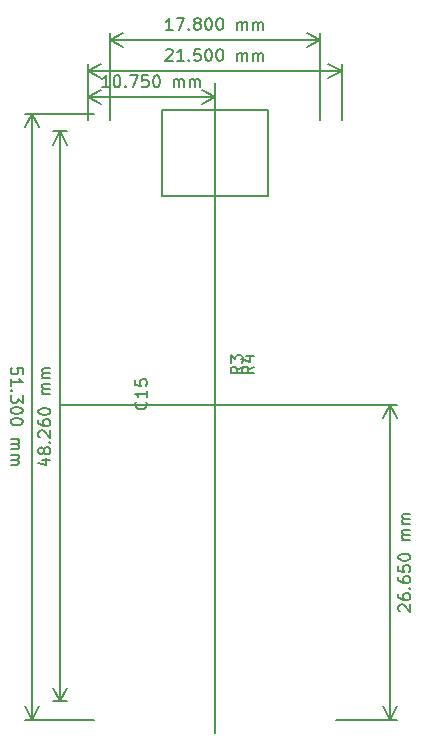
<source format=gbr>
G04 #@! TF.GenerationSoftware,KiCad,Pcbnew,(5.1.10)-1*
G04 #@! TF.CreationDate,2021-09-14T15:49:53+01:00*
G04 #@! TF.ProjectId,EnvOpenPico,456e764f-7065-46e5-9069-636f2e6b6963,REV1*
G04 #@! TF.SameCoordinates,Original*
G04 #@! TF.FileFunction,OtherDrawing,Comment*
%FSLAX46Y46*%
G04 Gerber Fmt 4.6, Leading zero omitted, Abs format (unit mm)*
G04 Created by KiCad (PCBNEW (5.1.10)-1) date 2021-09-14 15:49:53*
%MOMM*%
%LPD*%
G01*
G04 APERTURE LIST*
%ADD10C,0.150000*%
G04 APERTURE END LIST*
D10*
X118450000Y-81875000D02*
X90600000Y-81875000D01*
X119297619Y-99342857D02*
X119250000Y-99295238D01*
X119202380Y-99200000D01*
X119202380Y-98961904D01*
X119250000Y-98866666D01*
X119297619Y-98819047D01*
X119392857Y-98771428D01*
X119488095Y-98771428D01*
X119630952Y-98819047D01*
X120202380Y-99390476D01*
X120202380Y-98771428D01*
X119202380Y-97914285D02*
X119202380Y-98104761D01*
X119250000Y-98200000D01*
X119297619Y-98247619D01*
X119440476Y-98342857D01*
X119630952Y-98390476D01*
X120011904Y-98390476D01*
X120107142Y-98342857D01*
X120154761Y-98295238D01*
X120202380Y-98200000D01*
X120202380Y-98009523D01*
X120154761Y-97914285D01*
X120107142Y-97866666D01*
X120011904Y-97819047D01*
X119773809Y-97819047D01*
X119678571Y-97866666D01*
X119630952Y-97914285D01*
X119583333Y-98009523D01*
X119583333Y-98200000D01*
X119630952Y-98295238D01*
X119678571Y-98342857D01*
X119773809Y-98390476D01*
X120107142Y-97390476D02*
X120154761Y-97342857D01*
X120202380Y-97390476D01*
X120154761Y-97438095D01*
X120107142Y-97390476D01*
X120202380Y-97390476D01*
X119202380Y-96485714D02*
X119202380Y-96676190D01*
X119250000Y-96771428D01*
X119297619Y-96819047D01*
X119440476Y-96914285D01*
X119630952Y-96961904D01*
X120011904Y-96961904D01*
X120107142Y-96914285D01*
X120154761Y-96866666D01*
X120202380Y-96771428D01*
X120202380Y-96580952D01*
X120154761Y-96485714D01*
X120107142Y-96438095D01*
X120011904Y-96390476D01*
X119773809Y-96390476D01*
X119678571Y-96438095D01*
X119630952Y-96485714D01*
X119583333Y-96580952D01*
X119583333Y-96771428D01*
X119630952Y-96866666D01*
X119678571Y-96914285D01*
X119773809Y-96961904D01*
X119202380Y-95485714D02*
X119202380Y-95961904D01*
X119678571Y-96009523D01*
X119630952Y-95961904D01*
X119583333Y-95866666D01*
X119583333Y-95628571D01*
X119630952Y-95533333D01*
X119678571Y-95485714D01*
X119773809Y-95438095D01*
X120011904Y-95438095D01*
X120107142Y-95485714D01*
X120154761Y-95533333D01*
X120202380Y-95628571D01*
X120202380Y-95866666D01*
X120154761Y-95961904D01*
X120107142Y-96009523D01*
X119202380Y-94819047D02*
X119202380Y-94723809D01*
X119250000Y-94628571D01*
X119297619Y-94580952D01*
X119392857Y-94533333D01*
X119583333Y-94485714D01*
X119821428Y-94485714D01*
X120011904Y-94533333D01*
X120107142Y-94580952D01*
X120154761Y-94628571D01*
X120202380Y-94723809D01*
X120202380Y-94819047D01*
X120154761Y-94914285D01*
X120107142Y-94961904D01*
X120011904Y-95009523D01*
X119821428Y-95057142D01*
X119583333Y-95057142D01*
X119392857Y-95009523D01*
X119297619Y-94961904D01*
X119250000Y-94914285D01*
X119202380Y-94819047D01*
X120202380Y-93295238D02*
X119535714Y-93295238D01*
X119630952Y-93295238D02*
X119583333Y-93247619D01*
X119535714Y-93152380D01*
X119535714Y-93009523D01*
X119583333Y-92914285D01*
X119678571Y-92866666D01*
X120202380Y-92866666D01*
X119678571Y-92866666D02*
X119583333Y-92819047D01*
X119535714Y-92723809D01*
X119535714Y-92580952D01*
X119583333Y-92485714D01*
X119678571Y-92438095D01*
X120202380Y-92438095D01*
X120202380Y-91961904D02*
X119535714Y-91961904D01*
X119630952Y-91961904D02*
X119583333Y-91914285D01*
X119535714Y-91819047D01*
X119535714Y-91676190D01*
X119583333Y-91580952D01*
X119678571Y-91533333D01*
X120202380Y-91533333D01*
X119678571Y-91533333D02*
X119583333Y-91485714D01*
X119535714Y-91390476D01*
X119535714Y-91247619D01*
X119583333Y-91152380D01*
X119678571Y-91104761D01*
X120202380Y-91104761D01*
X118450000Y-108525000D02*
X118450000Y-81875000D01*
X113900000Y-108525000D02*
X119036421Y-108525000D01*
X113900000Y-81875000D02*
X119036421Y-81875000D01*
X118450000Y-81875000D02*
X119036421Y-83001504D01*
X118450000Y-81875000D02*
X117863579Y-83001504D01*
X118450000Y-108525000D02*
X119036421Y-107398496D01*
X118450000Y-108525000D02*
X117863579Y-107398496D01*
X103650000Y-54625000D02*
X103650000Y-109675000D01*
X94703571Y-54977380D02*
X94132142Y-54977380D01*
X94417857Y-54977380D02*
X94417857Y-53977380D01*
X94322619Y-54120238D01*
X94227380Y-54215476D01*
X94132142Y-54263095D01*
X95322619Y-53977380D02*
X95417857Y-53977380D01*
X95513095Y-54025000D01*
X95560714Y-54072619D01*
X95608333Y-54167857D01*
X95655952Y-54358333D01*
X95655952Y-54596428D01*
X95608333Y-54786904D01*
X95560714Y-54882142D01*
X95513095Y-54929761D01*
X95417857Y-54977380D01*
X95322619Y-54977380D01*
X95227380Y-54929761D01*
X95179761Y-54882142D01*
X95132142Y-54786904D01*
X95084523Y-54596428D01*
X95084523Y-54358333D01*
X95132142Y-54167857D01*
X95179761Y-54072619D01*
X95227380Y-54025000D01*
X95322619Y-53977380D01*
X96084523Y-54882142D02*
X96132142Y-54929761D01*
X96084523Y-54977380D01*
X96036904Y-54929761D01*
X96084523Y-54882142D01*
X96084523Y-54977380D01*
X96465476Y-53977380D02*
X97132142Y-53977380D01*
X96703571Y-54977380D01*
X97989285Y-53977380D02*
X97513095Y-53977380D01*
X97465476Y-54453571D01*
X97513095Y-54405952D01*
X97608333Y-54358333D01*
X97846428Y-54358333D01*
X97941666Y-54405952D01*
X97989285Y-54453571D01*
X98036904Y-54548809D01*
X98036904Y-54786904D01*
X97989285Y-54882142D01*
X97941666Y-54929761D01*
X97846428Y-54977380D01*
X97608333Y-54977380D01*
X97513095Y-54929761D01*
X97465476Y-54882142D01*
X98655952Y-53977380D02*
X98751190Y-53977380D01*
X98846428Y-54025000D01*
X98894047Y-54072619D01*
X98941666Y-54167857D01*
X98989285Y-54358333D01*
X98989285Y-54596428D01*
X98941666Y-54786904D01*
X98894047Y-54882142D01*
X98846428Y-54929761D01*
X98751190Y-54977380D01*
X98655952Y-54977380D01*
X98560714Y-54929761D01*
X98513095Y-54882142D01*
X98465476Y-54786904D01*
X98417857Y-54596428D01*
X98417857Y-54358333D01*
X98465476Y-54167857D01*
X98513095Y-54072619D01*
X98560714Y-54025000D01*
X98655952Y-53977380D01*
X100179761Y-54977380D02*
X100179761Y-54310714D01*
X100179761Y-54405952D02*
X100227380Y-54358333D01*
X100322619Y-54310714D01*
X100465476Y-54310714D01*
X100560714Y-54358333D01*
X100608333Y-54453571D01*
X100608333Y-54977380D01*
X100608333Y-54453571D02*
X100655952Y-54358333D01*
X100751190Y-54310714D01*
X100894047Y-54310714D01*
X100989285Y-54358333D01*
X101036904Y-54453571D01*
X101036904Y-54977380D01*
X101513095Y-54977380D02*
X101513095Y-54310714D01*
X101513095Y-54405952D02*
X101560714Y-54358333D01*
X101655952Y-54310714D01*
X101798809Y-54310714D01*
X101894047Y-54358333D01*
X101941666Y-54453571D01*
X101941666Y-54977380D01*
X101941666Y-54453571D02*
X101989285Y-54358333D01*
X102084523Y-54310714D01*
X102227380Y-54310714D01*
X102322619Y-54358333D01*
X102370238Y-54453571D01*
X102370238Y-54977380D01*
X92900000Y-55825000D02*
X103650000Y-55825000D01*
X92900000Y-57725000D02*
X92900000Y-55238579D01*
X103650000Y-57725000D02*
X103650000Y-55238579D01*
X103650000Y-55825000D02*
X102523496Y-56411421D01*
X103650000Y-55825000D02*
X102523496Y-55238579D01*
X92900000Y-55825000D02*
X94026504Y-56411421D01*
X92900000Y-55825000D02*
X94026504Y-55238579D01*
X100078571Y-50137380D02*
X99507142Y-50137380D01*
X99792857Y-50137380D02*
X99792857Y-49137380D01*
X99697619Y-49280238D01*
X99602380Y-49375476D01*
X99507142Y-49423095D01*
X100411904Y-49137380D02*
X101078571Y-49137380D01*
X100650000Y-50137380D01*
X101459523Y-50042142D02*
X101507142Y-50089761D01*
X101459523Y-50137380D01*
X101411904Y-50089761D01*
X101459523Y-50042142D01*
X101459523Y-50137380D01*
X102078571Y-49565952D02*
X101983333Y-49518333D01*
X101935714Y-49470714D01*
X101888095Y-49375476D01*
X101888095Y-49327857D01*
X101935714Y-49232619D01*
X101983333Y-49185000D01*
X102078571Y-49137380D01*
X102269047Y-49137380D01*
X102364285Y-49185000D01*
X102411904Y-49232619D01*
X102459523Y-49327857D01*
X102459523Y-49375476D01*
X102411904Y-49470714D01*
X102364285Y-49518333D01*
X102269047Y-49565952D01*
X102078571Y-49565952D01*
X101983333Y-49613571D01*
X101935714Y-49661190D01*
X101888095Y-49756428D01*
X101888095Y-49946904D01*
X101935714Y-50042142D01*
X101983333Y-50089761D01*
X102078571Y-50137380D01*
X102269047Y-50137380D01*
X102364285Y-50089761D01*
X102411904Y-50042142D01*
X102459523Y-49946904D01*
X102459523Y-49756428D01*
X102411904Y-49661190D01*
X102364285Y-49613571D01*
X102269047Y-49565952D01*
X103078571Y-49137380D02*
X103173809Y-49137380D01*
X103269047Y-49185000D01*
X103316666Y-49232619D01*
X103364285Y-49327857D01*
X103411904Y-49518333D01*
X103411904Y-49756428D01*
X103364285Y-49946904D01*
X103316666Y-50042142D01*
X103269047Y-50089761D01*
X103173809Y-50137380D01*
X103078571Y-50137380D01*
X102983333Y-50089761D01*
X102935714Y-50042142D01*
X102888095Y-49946904D01*
X102840476Y-49756428D01*
X102840476Y-49518333D01*
X102888095Y-49327857D01*
X102935714Y-49232619D01*
X102983333Y-49185000D01*
X103078571Y-49137380D01*
X104030952Y-49137380D02*
X104126190Y-49137380D01*
X104221428Y-49185000D01*
X104269047Y-49232619D01*
X104316666Y-49327857D01*
X104364285Y-49518333D01*
X104364285Y-49756428D01*
X104316666Y-49946904D01*
X104269047Y-50042142D01*
X104221428Y-50089761D01*
X104126190Y-50137380D01*
X104030952Y-50137380D01*
X103935714Y-50089761D01*
X103888095Y-50042142D01*
X103840476Y-49946904D01*
X103792857Y-49756428D01*
X103792857Y-49518333D01*
X103840476Y-49327857D01*
X103888095Y-49232619D01*
X103935714Y-49185000D01*
X104030952Y-49137380D01*
X105554761Y-50137380D02*
X105554761Y-49470714D01*
X105554761Y-49565952D02*
X105602380Y-49518333D01*
X105697619Y-49470714D01*
X105840476Y-49470714D01*
X105935714Y-49518333D01*
X105983333Y-49613571D01*
X105983333Y-50137380D01*
X105983333Y-49613571D02*
X106030952Y-49518333D01*
X106126190Y-49470714D01*
X106269047Y-49470714D01*
X106364285Y-49518333D01*
X106411904Y-49613571D01*
X106411904Y-50137380D01*
X106888095Y-50137380D02*
X106888095Y-49470714D01*
X106888095Y-49565952D02*
X106935714Y-49518333D01*
X107030952Y-49470714D01*
X107173809Y-49470714D01*
X107269047Y-49518333D01*
X107316666Y-49613571D01*
X107316666Y-50137380D01*
X107316666Y-49613571D02*
X107364285Y-49518333D01*
X107459523Y-49470714D01*
X107602380Y-49470714D01*
X107697619Y-49518333D01*
X107745238Y-49613571D01*
X107745238Y-50137380D01*
X94750000Y-50985000D02*
X112550000Y-50985000D01*
X94750000Y-57745000D02*
X94750000Y-50398579D01*
X112550000Y-57745000D02*
X112550000Y-50398579D01*
X112550000Y-50985000D02*
X111423496Y-51571421D01*
X112550000Y-50985000D02*
X111423496Y-50398579D01*
X94750000Y-50985000D02*
X95876504Y-51571421D01*
X94750000Y-50985000D02*
X95876504Y-50398579D01*
X89055714Y-86521666D02*
X89722380Y-86521666D01*
X88674761Y-86759761D02*
X89389047Y-86997857D01*
X89389047Y-86378809D01*
X89150952Y-85855000D02*
X89103333Y-85950238D01*
X89055714Y-85997857D01*
X88960476Y-86045476D01*
X88912857Y-86045476D01*
X88817619Y-85997857D01*
X88770000Y-85950238D01*
X88722380Y-85855000D01*
X88722380Y-85664523D01*
X88770000Y-85569285D01*
X88817619Y-85521666D01*
X88912857Y-85474047D01*
X88960476Y-85474047D01*
X89055714Y-85521666D01*
X89103333Y-85569285D01*
X89150952Y-85664523D01*
X89150952Y-85855000D01*
X89198571Y-85950238D01*
X89246190Y-85997857D01*
X89341428Y-86045476D01*
X89531904Y-86045476D01*
X89627142Y-85997857D01*
X89674761Y-85950238D01*
X89722380Y-85855000D01*
X89722380Y-85664523D01*
X89674761Y-85569285D01*
X89627142Y-85521666D01*
X89531904Y-85474047D01*
X89341428Y-85474047D01*
X89246190Y-85521666D01*
X89198571Y-85569285D01*
X89150952Y-85664523D01*
X89627142Y-85045476D02*
X89674761Y-84997857D01*
X89722380Y-85045476D01*
X89674761Y-85093095D01*
X89627142Y-85045476D01*
X89722380Y-85045476D01*
X88817619Y-84616904D02*
X88770000Y-84569285D01*
X88722380Y-84474047D01*
X88722380Y-84235952D01*
X88770000Y-84140714D01*
X88817619Y-84093095D01*
X88912857Y-84045476D01*
X89008095Y-84045476D01*
X89150952Y-84093095D01*
X89722380Y-84664523D01*
X89722380Y-84045476D01*
X88722380Y-83188333D02*
X88722380Y-83378809D01*
X88770000Y-83474047D01*
X88817619Y-83521666D01*
X88960476Y-83616904D01*
X89150952Y-83664523D01*
X89531904Y-83664523D01*
X89627142Y-83616904D01*
X89674761Y-83569285D01*
X89722380Y-83474047D01*
X89722380Y-83283571D01*
X89674761Y-83188333D01*
X89627142Y-83140714D01*
X89531904Y-83093095D01*
X89293809Y-83093095D01*
X89198571Y-83140714D01*
X89150952Y-83188333D01*
X89103333Y-83283571D01*
X89103333Y-83474047D01*
X89150952Y-83569285D01*
X89198571Y-83616904D01*
X89293809Y-83664523D01*
X88722380Y-82474047D02*
X88722380Y-82378809D01*
X88770000Y-82283571D01*
X88817619Y-82235952D01*
X88912857Y-82188333D01*
X89103333Y-82140714D01*
X89341428Y-82140714D01*
X89531904Y-82188333D01*
X89627142Y-82235952D01*
X89674761Y-82283571D01*
X89722380Y-82378809D01*
X89722380Y-82474047D01*
X89674761Y-82569285D01*
X89627142Y-82616904D01*
X89531904Y-82664523D01*
X89341428Y-82712142D01*
X89103333Y-82712142D01*
X88912857Y-82664523D01*
X88817619Y-82616904D01*
X88770000Y-82569285D01*
X88722380Y-82474047D01*
X89722380Y-80950238D02*
X89055714Y-80950238D01*
X89150952Y-80950238D02*
X89103333Y-80902619D01*
X89055714Y-80807380D01*
X89055714Y-80664523D01*
X89103333Y-80569285D01*
X89198571Y-80521666D01*
X89722380Y-80521666D01*
X89198571Y-80521666D02*
X89103333Y-80474047D01*
X89055714Y-80378809D01*
X89055714Y-80235952D01*
X89103333Y-80140714D01*
X89198571Y-80093095D01*
X89722380Y-80093095D01*
X89722380Y-79616904D02*
X89055714Y-79616904D01*
X89150952Y-79616904D02*
X89103333Y-79569285D01*
X89055714Y-79474047D01*
X89055714Y-79331190D01*
X89103333Y-79235952D01*
X89198571Y-79188333D01*
X89722380Y-79188333D01*
X89198571Y-79188333D02*
X89103333Y-79140714D01*
X89055714Y-79045476D01*
X89055714Y-78902619D01*
X89103333Y-78807380D01*
X89198571Y-78759761D01*
X89722380Y-78759761D01*
X90570000Y-106985000D02*
X90570000Y-58725000D01*
X91170000Y-106985000D02*
X89983579Y-106985000D01*
X91170000Y-58725000D02*
X89983579Y-58725000D01*
X90570000Y-58725000D02*
X91156421Y-59851504D01*
X90570000Y-58725000D02*
X89983579Y-59851504D01*
X90570000Y-106985000D02*
X91156421Y-105858496D01*
X90570000Y-106985000D02*
X89983579Y-105858496D01*
X87387619Y-79255952D02*
X87387619Y-78779761D01*
X86911428Y-78732142D01*
X86959047Y-78779761D01*
X87006666Y-78875000D01*
X87006666Y-79113095D01*
X86959047Y-79208333D01*
X86911428Y-79255952D01*
X86816190Y-79303571D01*
X86578095Y-79303571D01*
X86482857Y-79255952D01*
X86435238Y-79208333D01*
X86387619Y-79113095D01*
X86387619Y-78875000D01*
X86435238Y-78779761D01*
X86482857Y-78732142D01*
X86387619Y-80255952D02*
X86387619Y-79684523D01*
X86387619Y-79970238D02*
X87387619Y-79970238D01*
X87244761Y-79875000D01*
X87149523Y-79779761D01*
X87101904Y-79684523D01*
X86482857Y-80684523D02*
X86435238Y-80732142D01*
X86387619Y-80684523D01*
X86435238Y-80636904D01*
X86482857Y-80684523D01*
X86387619Y-80684523D01*
X87387619Y-81065476D02*
X87387619Y-81684523D01*
X87006666Y-81351190D01*
X87006666Y-81494047D01*
X86959047Y-81589285D01*
X86911428Y-81636904D01*
X86816190Y-81684523D01*
X86578095Y-81684523D01*
X86482857Y-81636904D01*
X86435238Y-81589285D01*
X86387619Y-81494047D01*
X86387619Y-81208333D01*
X86435238Y-81113095D01*
X86482857Y-81065476D01*
X87387619Y-82303571D02*
X87387619Y-82398809D01*
X87340000Y-82494047D01*
X87292380Y-82541666D01*
X87197142Y-82589285D01*
X87006666Y-82636904D01*
X86768571Y-82636904D01*
X86578095Y-82589285D01*
X86482857Y-82541666D01*
X86435238Y-82494047D01*
X86387619Y-82398809D01*
X86387619Y-82303571D01*
X86435238Y-82208333D01*
X86482857Y-82160714D01*
X86578095Y-82113095D01*
X86768571Y-82065476D01*
X87006666Y-82065476D01*
X87197142Y-82113095D01*
X87292380Y-82160714D01*
X87340000Y-82208333D01*
X87387619Y-82303571D01*
X87387619Y-83255952D02*
X87387619Y-83351190D01*
X87340000Y-83446428D01*
X87292380Y-83494047D01*
X87197142Y-83541666D01*
X87006666Y-83589285D01*
X86768571Y-83589285D01*
X86578095Y-83541666D01*
X86482857Y-83494047D01*
X86435238Y-83446428D01*
X86387619Y-83351190D01*
X86387619Y-83255952D01*
X86435238Y-83160714D01*
X86482857Y-83113095D01*
X86578095Y-83065476D01*
X86768571Y-83017857D01*
X87006666Y-83017857D01*
X87197142Y-83065476D01*
X87292380Y-83113095D01*
X87340000Y-83160714D01*
X87387619Y-83255952D01*
X86387619Y-84779761D02*
X87054285Y-84779761D01*
X86959047Y-84779761D02*
X87006666Y-84827380D01*
X87054285Y-84922619D01*
X87054285Y-85065476D01*
X87006666Y-85160714D01*
X86911428Y-85208333D01*
X86387619Y-85208333D01*
X86911428Y-85208333D02*
X87006666Y-85255952D01*
X87054285Y-85351190D01*
X87054285Y-85494047D01*
X87006666Y-85589285D01*
X86911428Y-85636904D01*
X86387619Y-85636904D01*
X86387619Y-86113095D02*
X87054285Y-86113095D01*
X86959047Y-86113095D02*
X87006666Y-86160714D01*
X87054285Y-86255952D01*
X87054285Y-86398809D01*
X87006666Y-86494047D01*
X86911428Y-86541666D01*
X86387619Y-86541666D01*
X86911428Y-86541666D02*
X87006666Y-86589285D01*
X87054285Y-86684523D01*
X87054285Y-86827380D01*
X87006666Y-86922619D01*
X86911428Y-86970238D01*
X86387619Y-86970238D01*
X88140000Y-57225000D02*
X88140000Y-108525000D01*
X93400000Y-57225000D02*
X87553579Y-57225000D01*
X93400000Y-108525000D02*
X87553579Y-108525000D01*
X88140000Y-108525000D02*
X87553579Y-107398496D01*
X88140000Y-108525000D02*
X88726421Y-107398496D01*
X88140000Y-57225000D02*
X87553579Y-58351504D01*
X88140000Y-57225000D02*
X88726421Y-58351504D01*
X99507142Y-51847619D02*
X99554761Y-51800000D01*
X99650000Y-51752380D01*
X99888095Y-51752380D01*
X99983333Y-51800000D01*
X100030952Y-51847619D01*
X100078571Y-51942857D01*
X100078571Y-52038095D01*
X100030952Y-52180952D01*
X99459523Y-52752380D01*
X100078571Y-52752380D01*
X101030952Y-52752380D02*
X100459523Y-52752380D01*
X100745238Y-52752380D02*
X100745238Y-51752380D01*
X100650000Y-51895238D01*
X100554761Y-51990476D01*
X100459523Y-52038095D01*
X101459523Y-52657142D02*
X101507142Y-52704761D01*
X101459523Y-52752380D01*
X101411904Y-52704761D01*
X101459523Y-52657142D01*
X101459523Y-52752380D01*
X102411904Y-51752380D02*
X101935714Y-51752380D01*
X101888095Y-52228571D01*
X101935714Y-52180952D01*
X102030952Y-52133333D01*
X102269047Y-52133333D01*
X102364285Y-52180952D01*
X102411904Y-52228571D01*
X102459523Y-52323809D01*
X102459523Y-52561904D01*
X102411904Y-52657142D01*
X102364285Y-52704761D01*
X102269047Y-52752380D01*
X102030952Y-52752380D01*
X101935714Y-52704761D01*
X101888095Y-52657142D01*
X103078571Y-51752380D02*
X103173809Y-51752380D01*
X103269047Y-51800000D01*
X103316666Y-51847619D01*
X103364285Y-51942857D01*
X103411904Y-52133333D01*
X103411904Y-52371428D01*
X103364285Y-52561904D01*
X103316666Y-52657142D01*
X103269047Y-52704761D01*
X103173809Y-52752380D01*
X103078571Y-52752380D01*
X102983333Y-52704761D01*
X102935714Y-52657142D01*
X102888095Y-52561904D01*
X102840476Y-52371428D01*
X102840476Y-52133333D01*
X102888095Y-51942857D01*
X102935714Y-51847619D01*
X102983333Y-51800000D01*
X103078571Y-51752380D01*
X104030952Y-51752380D02*
X104126190Y-51752380D01*
X104221428Y-51800000D01*
X104269047Y-51847619D01*
X104316666Y-51942857D01*
X104364285Y-52133333D01*
X104364285Y-52371428D01*
X104316666Y-52561904D01*
X104269047Y-52657142D01*
X104221428Y-52704761D01*
X104126190Y-52752380D01*
X104030952Y-52752380D01*
X103935714Y-52704761D01*
X103888095Y-52657142D01*
X103840476Y-52561904D01*
X103792857Y-52371428D01*
X103792857Y-52133333D01*
X103840476Y-51942857D01*
X103888095Y-51847619D01*
X103935714Y-51800000D01*
X104030952Y-51752380D01*
X105554761Y-52752380D02*
X105554761Y-52085714D01*
X105554761Y-52180952D02*
X105602380Y-52133333D01*
X105697619Y-52085714D01*
X105840476Y-52085714D01*
X105935714Y-52133333D01*
X105983333Y-52228571D01*
X105983333Y-52752380D01*
X105983333Y-52228571D02*
X106030952Y-52133333D01*
X106126190Y-52085714D01*
X106269047Y-52085714D01*
X106364285Y-52133333D01*
X106411904Y-52228571D01*
X106411904Y-52752380D01*
X106888095Y-52752380D02*
X106888095Y-52085714D01*
X106888095Y-52180952D02*
X106935714Y-52133333D01*
X107030952Y-52085714D01*
X107173809Y-52085714D01*
X107269047Y-52133333D01*
X107316666Y-52228571D01*
X107316666Y-52752380D01*
X107316666Y-52228571D02*
X107364285Y-52133333D01*
X107459523Y-52085714D01*
X107602380Y-52085714D01*
X107697619Y-52133333D01*
X107745238Y-52228571D01*
X107745238Y-52752380D01*
X92900000Y-53600000D02*
X114400000Y-53600000D01*
X92900000Y-57725000D02*
X92900000Y-53013579D01*
X114400000Y-57725000D02*
X114400000Y-53013579D01*
X114400000Y-53600000D02*
X113273496Y-54186421D01*
X114400000Y-53600000D02*
X113273496Y-53013579D01*
X92900000Y-53600000D02*
X94026504Y-54186421D01*
X92900000Y-53600000D02*
X94026504Y-53013579D01*
X108120000Y-64225000D02*
X99180000Y-64225000D01*
X99180000Y-56925000D02*
X99180000Y-64225000D01*
X108120000Y-56925000D02*
X108120000Y-64225000D01*
X108120000Y-56925000D02*
X99180000Y-56925000D01*
X106957140Y-78630626D02*
X106480950Y-78963960D01*
X106957140Y-79202055D02*
X105957140Y-79202055D01*
X105957140Y-78821102D01*
X106004760Y-78725864D01*
X106052379Y-78678245D01*
X106147617Y-78630626D01*
X106290474Y-78630626D01*
X106385712Y-78678245D01*
X106433331Y-78725864D01*
X106480950Y-78821102D01*
X106480950Y-79202055D01*
X106290474Y-77773483D02*
X106957140Y-77773483D01*
X105909521Y-78011579D02*
X106623807Y-78249674D01*
X106623807Y-77630626D01*
X106007140Y-78630626D02*
X105530950Y-78963960D01*
X106007140Y-79202055D02*
X105007140Y-79202055D01*
X105007140Y-78821102D01*
X105054760Y-78725864D01*
X105102379Y-78678245D01*
X105197617Y-78630626D01*
X105340474Y-78630626D01*
X105435712Y-78678245D01*
X105483331Y-78725864D01*
X105530950Y-78821102D01*
X105530950Y-79202055D01*
X105007140Y-78297293D02*
X105007140Y-77678245D01*
X105388093Y-78011579D01*
X105388093Y-77868721D01*
X105435712Y-77773483D01*
X105483331Y-77725864D01*
X105578569Y-77678245D01*
X105816664Y-77678245D01*
X105911902Y-77725864D01*
X105959521Y-77773483D01*
X106007140Y-77868721D01*
X106007140Y-78154436D01*
X105959521Y-78249674D01*
X105911902Y-78297293D01*
X97807142Y-81617857D02*
X97854761Y-81665476D01*
X97902380Y-81808333D01*
X97902380Y-81903571D01*
X97854761Y-82046428D01*
X97759523Y-82141666D01*
X97664285Y-82189285D01*
X97473809Y-82236904D01*
X97330952Y-82236904D01*
X97140476Y-82189285D01*
X97045238Y-82141666D01*
X96950000Y-82046428D01*
X96902380Y-81903571D01*
X96902380Y-81808333D01*
X96950000Y-81665476D01*
X96997619Y-81617857D01*
X97902380Y-80665476D02*
X97902380Y-81236904D01*
X97902380Y-80951190D02*
X96902380Y-80951190D01*
X97045238Y-81046428D01*
X97140476Y-81141666D01*
X97188095Y-81236904D01*
X96902380Y-79760714D02*
X96902380Y-80236904D01*
X97378571Y-80284523D01*
X97330952Y-80236904D01*
X97283333Y-80141666D01*
X97283333Y-79903571D01*
X97330952Y-79808333D01*
X97378571Y-79760714D01*
X97473809Y-79713095D01*
X97711904Y-79713095D01*
X97807142Y-79760714D01*
X97854761Y-79808333D01*
X97902380Y-79903571D01*
X97902380Y-80141666D01*
X97854761Y-80236904D01*
X97807142Y-80284523D01*
M02*

</source>
